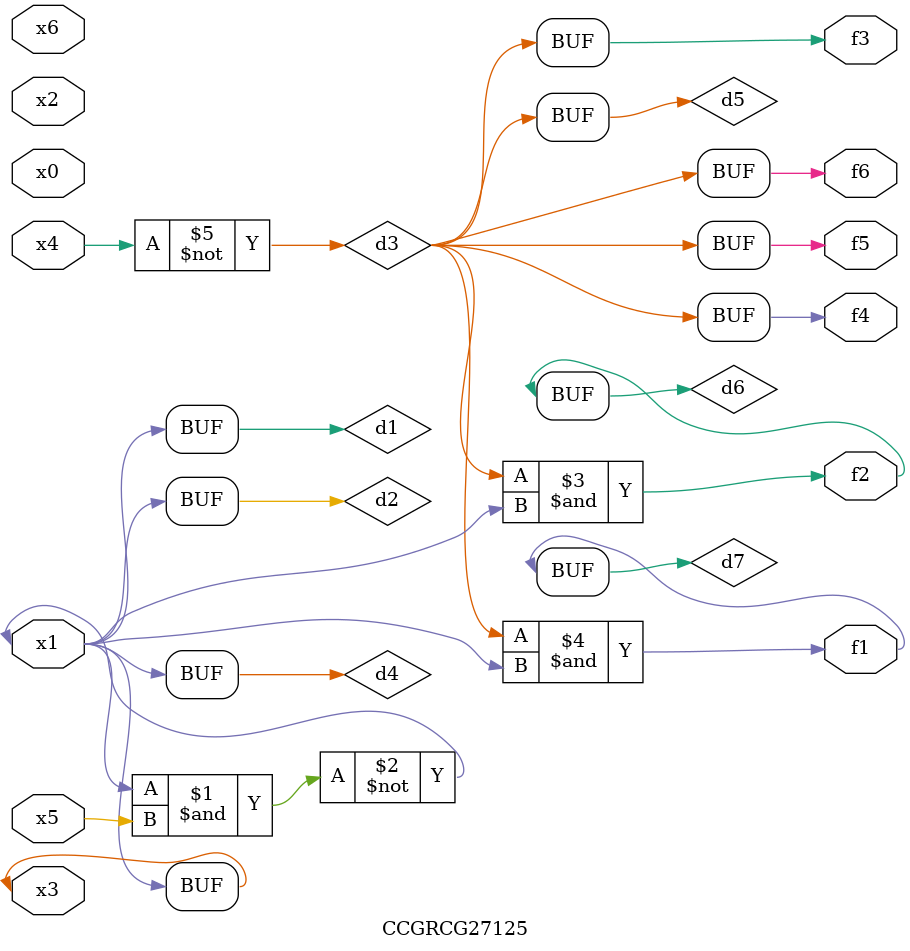
<source format=v>
module CCGRCG27125(
	input x0, x1, x2, x3, x4, x5, x6,
	output f1, f2, f3, f4, f5, f6
);

	wire d1, d2, d3, d4, d5, d6, d7;

	buf (d1, x1, x3);
	nand (d2, x1, x5);
	not (d3, x4);
	buf (d4, d1, d2);
	buf (d5, d3);
	and (d6, d3, d4);
	and (d7, d3, d4);
	assign f1 = d7;
	assign f2 = d6;
	assign f3 = d5;
	assign f4 = d5;
	assign f5 = d5;
	assign f6 = d5;
endmodule

</source>
